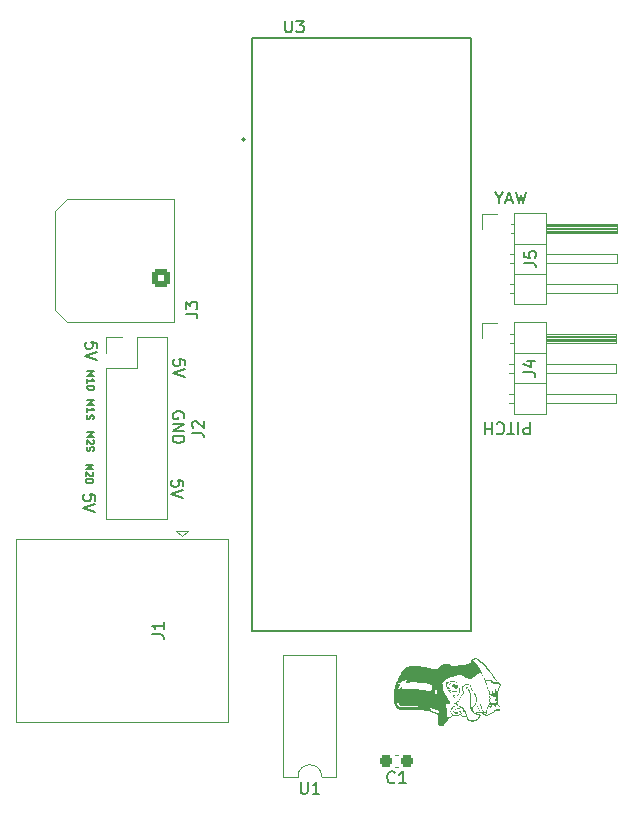
<source format=gto>
G04 #@! TF.GenerationSoftware,KiCad,Pcbnew,6.0.7*
G04 #@! TF.CreationDate,2022-09-24T12:22:05-05:00*
G04 #@! TF.ProjectId,Penguinator-Glue-Board,50656e67-7569-46e6-9174-6f722d476c75,rev?*
G04 #@! TF.SameCoordinates,Original*
G04 #@! TF.FileFunction,Legend,Top*
G04 #@! TF.FilePolarity,Positive*
%FSLAX46Y46*%
G04 Gerber Fmt 4.6, Leading zero omitted, Abs format (unit mm)*
G04 Created by KiCad (PCBNEW 6.0.7) date 2022-09-24 12:22:05*
%MOMM*%
%LPD*%
G01*
G04 APERTURE LIST*
G04 Aperture macros list*
%AMRoundRect*
0 Rectangle with rounded corners*
0 $1 Rounding radius*
0 $2 $3 $4 $5 $6 $7 $8 $9 X,Y pos of 4 corners*
0 Add a 4 corners polygon primitive as box body*
4,1,4,$2,$3,$4,$5,$6,$7,$8,$9,$2,$3,0*
0 Add four circle primitives for the rounded corners*
1,1,$1+$1,$2,$3*
1,1,$1+$1,$4,$5*
1,1,$1+$1,$6,$7*
1,1,$1+$1,$8,$9*
0 Add four rect primitives between the rounded corners*
20,1,$1+$1,$2,$3,$4,$5,0*
20,1,$1+$1,$4,$5,$6,$7,0*
20,1,$1+$1,$6,$7,$8,$9,0*
20,1,$1+$1,$8,$9,$2,$3,0*%
G04 Aperture macros list end*
%ADD10C,0.150000*%
%ADD11C,0.120000*%
%ADD12C,0.127000*%
%ADD13C,0.200000*%
%ADD14R,1.700000X1.700000*%
%ADD15O,1.700000X1.700000*%
%ADD16C,3.200000*%
%ADD17R,1.500000X1.500000*%
%ADD18C,1.500000*%
%ADD19R,2.400000X1.600000*%
%ADD20O,2.400000X1.600000*%
%ADD21C,3.100000*%
%ADD22C,4.700000*%
%ADD23C,3.000000*%
%ADD24RoundRect,0.250001X0.499999X-0.499999X0.499999X0.499999X-0.499999X0.499999X-0.499999X-0.499999X0*%
%ADD25RoundRect,0.237500X0.300000X0.237500X-0.300000X0.237500X-0.300000X-0.237500X0.300000X-0.237500X0*%
%ADD26R,1.530000X1.530000*%
%ADD27C,1.530000*%
G04 APERTURE END LIST*
D10*
X39004761Y-26447619D02*
X39004761Y-27447619D01*
X38623809Y-27447619D01*
X38528571Y-27400000D01*
X38480952Y-27352380D01*
X38433333Y-27257142D01*
X38433333Y-27114285D01*
X38480952Y-27019047D01*
X38528571Y-26971428D01*
X38623809Y-26923809D01*
X39004761Y-26923809D01*
X38004761Y-26447619D02*
X38004761Y-27447619D01*
X37671428Y-27447619D02*
X37100000Y-27447619D01*
X37385714Y-26447619D02*
X37385714Y-27447619D01*
X36195238Y-26542857D02*
X36242857Y-26495238D01*
X36385714Y-26447619D01*
X36480952Y-26447619D01*
X36623809Y-26495238D01*
X36719047Y-26590476D01*
X36766666Y-26685714D01*
X36814285Y-26876190D01*
X36814285Y-27019047D01*
X36766666Y-27209523D01*
X36719047Y-27304761D01*
X36623809Y-27400000D01*
X36480952Y-27447619D01*
X36385714Y-27447619D01*
X36242857Y-27400000D01*
X36195238Y-27352380D01*
X35766666Y-26447619D02*
X35766666Y-27447619D01*
X35766666Y-26971428D02*
X35195238Y-26971428D01*
X35195238Y-26447619D02*
X35195238Y-27447619D01*
X36400000Y-7426190D02*
X36400000Y-7902380D01*
X36066666Y-6902380D02*
X36400000Y-7426190D01*
X36733333Y-6902380D01*
X37019047Y-7616666D02*
X37495238Y-7616666D01*
X36923809Y-7902380D02*
X37257142Y-6902380D01*
X37590476Y-7902380D01*
X37828571Y-6902380D02*
X38066666Y-7902380D01*
X38257142Y-7188095D01*
X38447619Y-7902380D01*
X38685714Y-6902380D01*
X1478571Y-27278571D02*
X2078571Y-27278571D01*
X1650000Y-27478571D01*
X2078571Y-27678571D01*
X1478571Y-27678571D01*
X2021428Y-27935714D02*
X2050000Y-27964285D01*
X2078571Y-28021428D01*
X2078571Y-28164285D01*
X2050000Y-28221428D01*
X2021428Y-28250000D01*
X1964285Y-28278571D01*
X1907142Y-28278571D01*
X1821428Y-28250000D01*
X1478571Y-27907142D01*
X1478571Y-28278571D01*
X1507142Y-28507142D02*
X1478571Y-28592857D01*
X1478571Y-28735714D01*
X1507142Y-28792857D01*
X1535714Y-28821428D01*
X1592857Y-28850000D01*
X1649999Y-28850000D01*
X1707142Y-28821428D01*
X1735714Y-28792857D01*
X1764285Y-28735714D01*
X1792857Y-28621428D01*
X1821428Y-28564285D01*
X1850000Y-28535714D01*
X1907142Y-28507142D01*
X1964285Y-28507142D01*
X2021428Y-28535714D01*
X2050000Y-28564285D01*
X2078571Y-28621428D01*
X2078571Y-28764285D01*
X2049999Y-28850000D01*
X1528571Y-22114285D02*
X2128571Y-22114285D01*
X1700000Y-22314285D01*
X2128571Y-22514285D01*
X1528571Y-22514285D01*
X1528571Y-23114285D02*
X1528571Y-22771428D01*
X1528571Y-22942857D02*
X2128571Y-22942857D01*
X2042857Y-22885714D01*
X1985714Y-22828571D01*
X1957142Y-22771428D01*
X1528571Y-23371428D02*
X2128571Y-23371428D01*
X2128571Y-23514285D01*
X2100000Y-23600000D01*
X2042857Y-23657142D01*
X1985714Y-23685714D01*
X1871428Y-23714285D01*
X1785714Y-23714285D01*
X1671428Y-23685714D01*
X1614285Y-23657142D01*
X1557142Y-23600000D01*
X1528571Y-23514285D01*
X1528571Y-23371428D01*
X2197619Y-33059523D02*
X2197619Y-32583333D01*
X1721428Y-32535714D01*
X1769047Y-32583333D01*
X1816666Y-32678571D01*
X1816666Y-32916666D01*
X1769047Y-33011904D01*
X1721428Y-33059523D01*
X1626190Y-33107142D01*
X1388095Y-33107142D01*
X1292857Y-33059523D01*
X1245238Y-33011904D01*
X1197619Y-32916666D01*
X1197619Y-32678571D01*
X1245238Y-32583333D01*
X1292857Y-32535714D01*
X2197619Y-33392857D02*
X1197619Y-33726190D01*
X2197619Y-34059523D01*
X9700000Y-26088095D02*
X9747619Y-25992857D01*
X9747619Y-25850000D01*
X9700000Y-25707142D01*
X9604761Y-25611904D01*
X9509523Y-25564285D01*
X9319047Y-25516666D01*
X9176190Y-25516666D01*
X8985714Y-25564285D01*
X8890476Y-25611904D01*
X8795238Y-25707142D01*
X8747619Y-25850000D01*
X8747619Y-25945238D01*
X8795238Y-26088095D01*
X8842857Y-26135714D01*
X9176190Y-26135714D01*
X9176190Y-25945238D01*
X8747619Y-26564285D02*
X9747619Y-26564285D01*
X8747619Y-27135714D01*
X9747619Y-27135714D01*
X8747619Y-27611904D02*
X9747619Y-27611904D01*
X9747619Y-27850000D01*
X9700000Y-27992857D01*
X9604761Y-28088095D01*
X9509523Y-28135714D01*
X9319047Y-28183333D01*
X9176190Y-28183333D01*
X8985714Y-28135714D01*
X8890476Y-28088095D01*
X8795238Y-27992857D01*
X8747619Y-27850000D01*
X8747619Y-27611904D01*
X9647619Y-31859523D02*
X9647619Y-31383333D01*
X9171428Y-31335714D01*
X9219047Y-31383333D01*
X9266666Y-31478571D01*
X9266666Y-31716666D01*
X9219047Y-31811904D01*
X9171428Y-31859523D01*
X9076190Y-31907142D01*
X8838095Y-31907142D01*
X8742857Y-31859523D01*
X8695238Y-31811904D01*
X8647619Y-31716666D01*
X8647619Y-31478571D01*
X8695238Y-31383333D01*
X8742857Y-31335714D01*
X9647619Y-32192857D02*
X8647619Y-32526190D01*
X9647619Y-32859523D01*
X1478571Y-24578571D02*
X2078571Y-24578571D01*
X1650000Y-24778571D01*
X2078571Y-24978571D01*
X1478571Y-24978571D01*
X1478571Y-25578571D02*
X1478571Y-25235714D01*
X1478571Y-25407142D02*
X2078571Y-25407142D01*
X1992857Y-25350000D01*
X1935714Y-25292857D01*
X1907142Y-25235714D01*
X1507142Y-25807142D02*
X1478571Y-25892857D01*
X1478571Y-26035714D01*
X1507142Y-26092857D01*
X1535714Y-26121428D01*
X1592857Y-26150000D01*
X1649999Y-26150000D01*
X1707142Y-26121428D01*
X1735714Y-26092857D01*
X1764285Y-26035714D01*
X1792857Y-25921428D01*
X1821428Y-25864285D01*
X1850000Y-25835714D01*
X1907142Y-25807142D01*
X1964285Y-25807142D01*
X2021428Y-25835714D01*
X2050000Y-25864285D01*
X2078571Y-25921428D01*
X2078571Y-26064285D01*
X2049999Y-26150000D01*
X9797619Y-21609523D02*
X9797619Y-21133333D01*
X9321428Y-21085714D01*
X9369047Y-21133333D01*
X9416666Y-21228571D01*
X9416666Y-21466666D01*
X9369047Y-21561904D01*
X9321428Y-21609523D01*
X9226190Y-21657142D01*
X8988095Y-21657142D01*
X8892857Y-21609523D01*
X8845238Y-21561904D01*
X8797619Y-21466666D01*
X8797619Y-21228571D01*
X8845238Y-21133333D01*
X8892857Y-21085714D01*
X9797619Y-21942857D02*
X8797619Y-22276190D01*
X9797619Y-22609523D01*
X2347619Y-20159523D02*
X2347619Y-19683333D01*
X1871428Y-19635714D01*
X1919047Y-19683333D01*
X1966666Y-19778571D01*
X1966666Y-20016666D01*
X1919047Y-20111904D01*
X1871428Y-20159523D01*
X1776190Y-20207142D01*
X1538095Y-20207142D01*
X1442857Y-20159523D01*
X1395238Y-20111904D01*
X1347619Y-20016666D01*
X1347619Y-19778571D01*
X1395238Y-19683333D01*
X1442857Y-19635714D01*
X2347619Y-20492857D02*
X1347619Y-20826190D01*
X2347619Y-21159523D01*
X1428571Y-30014285D02*
X2028571Y-30014285D01*
X1600000Y-30214285D01*
X2028571Y-30414285D01*
X1428571Y-30414285D01*
X1971428Y-30671428D02*
X2000000Y-30700000D01*
X2028571Y-30757142D01*
X2028571Y-30900000D01*
X2000000Y-30957142D01*
X1971428Y-30985714D01*
X1914285Y-31014285D01*
X1857142Y-31014285D01*
X1771428Y-30985714D01*
X1428571Y-30642857D01*
X1428571Y-31014285D01*
X1428571Y-31271428D02*
X2028571Y-31271428D01*
X2028571Y-31414285D01*
X2000000Y-31500000D01*
X1942857Y-31557142D01*
X1885714Y-31585714D01*
X1771428Y-31614285D01*
X1685714Y-31614285D01*
X1571428Y-31585714D01*
X1514285Y-31557142D01*
X1457142Y-31500000D01*
X1428571Y-31414285D01*
X1428571Y-31271428D01*
X38502380Y-12933333D02*
X39216666Y-12933333D01*
X39359523Y-12980952D01*
X39454761Y-13076190D01*
X39502380Y-13219047D01*
X39502380Y-13314285D01*
X38502380Y-11980952D02*
X38502380Y-12457142D01*
X38978571Y-12504761D01*
X38930952Y-12457142D01*
X38883333Y-12361904D01*
X38883333Y-12123809D01*
X38930952Y-12028571D01*
X38978571Y-11980952D01*
X39073809Y-11933333D01*
X39311904Y-11933333D01*
X39407142Y-11980952D01*
X39454761Y-12028571D01*
X39502380Y-12123809D01*
X39502380Y-12361904D01*
X39454761Y-12457142D01*
X39407142Y-12504761D01*
X38452380Y-22183333D02*
X39166666Y-22183333D01*
X39309523Y-22230952D01*
X39404761Y-22326190D01*
X39452380Y-22469047D01*
X39452380Y-22564285D01*
X38785714Y-21278571D02*
X39452380Y-21278571D01*
X38404761Y-21516666D02*
X39119047Y-21754761D01*
X39119047Y-21135714D01*
X7002380Y-44383333D02*
X7716666Y-44383333D01*
X7859523Y-44430952D01*
X7954761Y-44526190D01*
X8002380Y-44669047D01*
X8002380Y-44764285D01*
X8002380Y-43383333D02*
X8002380Y-43954761D01*
X8002380Y-43669047D02*
X7002380Y-43669047D01*
X7145238Y-43764285D01*
X7240476Y-43859523D01*
X7288095Y-43954761D01*
X10402380Y-27333333D02*
X11116666Y-27333333D01*
X11259523Y-27380952D01*
X11354761Y-27476190D01*
X11402380Y-27619047D01*
X11402380Y-27714285D01*
X10497619Y-26904761D02*
X10450000Y-26857142D01*
X10402380Y-26761904D01*
X10402380Y-26523809D01*
X10450000Y-26428571D01*
X10497619Y-26380952D01*
X10592857Y-26333333D01*
X10688095Y-26333333D01*
X10830952Y-26380952D01*
X11402380Y-26952380D01*
X11402380Y-26333333D01*
X19603095Y-56882380D02*
X19603095Y-57691904D01*
X19650714Y-57787142D01*
X19698333Y-57834761D01*
X19793571Y-57882380D01*
X19984047Y-57882380D01*
X20079285Y-57834761D01*
X20126904Y-57787142D01*
X20174523Y-57691904D01*
X20174523Y-56882380D01*
X21174523Y-57882380D02*
X20603095Y-57882380D01*
X20888809Y-57882380D02*
X20888809Y-56882380D01*
X20793571Y-57025238D01*
X20698333Y-57120476D01*
X20603095Y-57168095D01*
X9852380Y-17233333D02*
X10566666Y-17233333D01*
X10709523Y-17280952D01*
X10804761Y-17376190D01*
X10852380Y-17519047D01*
X10852380Y-17614285D01*
X9852380Y-16852380D02*
X9852380Y-16233333D01*
X10233333Y-16566666D01*
X10233333Y-16423809D01*
X10280952Y-16328571D01*
X10328571Y-16280952D01*
X10423809Y-16233333D01*
X10661904Y-16233333D01*
X10757142Y-16280952D01*
X10804761Y-16328571D01*
X10852380Y-16423809D01*
X10852380Y-16709523D01*
X10804761Y-16804761D01*
X10757142Y-16852380D01*
X27549333Y-56897142D02*
X27501714Y-56944761D01*
X27358857Y-56992380D01*
X27263619Y-56992380D01*
X27120761Y-56944761D01*
X27025523Y-56849523D01*
X26977904Y-56754285D01*
X26930285Y-56563809D01*
X26930285Y-56420952D01*
X26977904Y-56230476D01*
X27025523Y-56135238D01*
X27120761Y-56040000D01*
X27263619Y-55992380D01*
X27358857Y-55992380D01*
X27501714Y-56040000D01*
X27549333Y-56087619D01*
X28501714Y-56992380D02*
X27930285Y-56992380D01*
X28216000Y-56992380D02*
X28216000Y-55992380D01*
X28120761Y-56135238D01*
X28025523Y-56230476D01*
X27930285Y-56278095D01*
X18273095Y7582619D02*
X18273095Y6773095D01*
X18320714Y6677857D01*
X18368333Y6630238D01*
X18463571Y6582619D01*
X18654047Y6582619D01*
X18749285Y6630238D01*
X18796904Y6677857D01*
X18844523Y6773095D01*
X18844523Y7582619D01*
X19225476Y7582619D02*
X19844523Y7582619D01*
X19511190Y7201666D01*
X19654047Y7201666D01*
X19749285Y7154047D01*
X19796904Y7106428D01*
X19844523Y7011190D01*
X19844523Y6773095D01*
X19796904Y6677857D01*
X19749285Y6630238D01*
X19654047Y6582619D01*
X19368333Y6582619D01*
X19273095Y6630238D01*
X19225476Y6677857D01*
D11*
X40350000Y-9850000D02*
X46350000Y-9850000D01*
X37360000Y-9670000D02*
X37690000Y-9670000D01*
X46350000Y-12970000D02*
X40350000Y-12970000D01*
X37292929Y-14750000D02*
X37690000Y-14750000D01*
X40350000Y-10090000D02*
X46350000Y-10090000D01*
X40350000Y-9670000D02*
X46350000Y-9670000D01*
X40350000Y-16460000D02*
X40350000Y-8720000D01*
X46350000Y-12210000D02*
X46350000Y-12970000D01*
X37360000Y-10430000D02*
X37690000Y-10430000D01*
X40350000Y-12210000D02*
X46350000Y-12210000D01*
X40350000Y-14750000D02*
X46350000Y-14750000D01*
X46350000Y-9670000D02*
X46350000Y-10430000D01*
X40350000Y-8720000D02*
X37690000Y-8720000D01*
X46350000Y-14750000D02*
X46350000Y-15510000D01*
X37292929Y-12210000D02*
X37690000Y-12210000D01*
X40350000Y-10330000D02*
X46350000Y-10330000D01*
X34980000Y-10050000D02*
X34980000Y-8780000D01*
X37292929Y-15510000D02*
X37690000Y-15510000D01*
X37690000Y-8720000D02*
X37690000Y-16460000D01*
X40350000Y-9970000D02*
X46350000Y-9970000D01*
X37690000Y-13860000D02*
X40350000Y-13860000D01*
X40350000Y-9730000D02*
X46350000Y-9730000D01*
X46350000Y-15510000D02*
X40350000Y-15510000D01*
X34980000Y-8780000D02*
X36250000Y-8780000D01*
X46350000Y-10430000D02*
X40350000Y-10430000D01*
X37690000Y-11320000D02*
X40350000Y-11320000D01*
X40350000Y-10210000D02*
X46350000Y-10210000D01*
X37292929Y-12970000D02*
X37690000Y-12970000D01*
X37690000Y-16460000D02*
X40350000Y-16460000D01*
X40325000Y-19100000D02*
X46325000Y-19100000D01*
X37335000Y-18920000D02*
X37665000Y-18920000D01*
X46325000Y-22220000D02*
X40325000Y-22220000D01*
X37267929Y-24000000D02*
X37665000Y-24000000D01*
X40325000Y-19340000D02*
X46325000Y-19340000D01*
X40325000Y-18920000D02*
X46325000Y-18920000D01*
X40325000Y-25710000D02*
X40325000Y-17970000D01*
X46325000Y-21460000D02*
X46325000Y-22220000D01*
X37335000Y-19680000D02*
X37665000Y-19680000D01*
X40325000Y-21460000D02*
X46325000Y-21460000D01*
X40325000Y-24000000D02*
X46325000Y-24000000D01*
X46325000Y-18920000D02*
X46325000Y-19680000D01*
X40325000Y-17970000D02*
X37665000Y-17970000D01*
X46325000Y-24000000D02*
X46325000Y-24760000D01*
X37267929Y-21460000D02*
X37665000Y-21460000D01*
X40325000Y-19580000D02*
X46325000Y-19580000D01*
X34955000Y-19300000D02*
X34955000Y-18030000D01*
X37267929Y-24760000D02*
X37665000Y-24760000D01*
X37665000Y-17970000D02*
X37665000Y-25710000D01*
X40325000Y-19220000D02*
X46325000Y-19220000D01*
X37665000Y-23110000D02*
X40325000Y-23110000D01*
X40325000Y-18980000D02*
X46325000Y-18980000D01*
X46325000Y-24760000D02*
X40325000Y-24760000D01*
X34955000Y-18030000D02*
X36225000Y-18030000D01*
X46325000Y-19680000D02*
X40325000Y-19680000D01*
X37665000Y-20570000D02*
X40325000Y-20570000D01*
X40325000Y-19460000D02*
X46325000Y-19460000D01*
X37267929Y-22220000D02*
X37665000Y-22220000D01*
X37665000Y-25710000D02*
X40325000Y-25710000D01*
X13430000Y-51805000D02*
X13430000Y-36285000D01*
X-4530000Y-36285000D02*
X-4530000Y-51805000D01*
X13430000Y-36285000D02*
X-4530000Y-36285000D01*
X9050000Y-35600000D02*
X9550000Y-36100000D01*
X13430000Y-51805000D02*
X-4530000Y-51805000D01*
X10050000Y-35600000D02*
X9050000Y-35600000D01*
X9550000Y-36100000D02*
X10050000Y-35600000D01*
X3095000Y-21820000D02*
X5695000Y-21820000D01*
X3095000Y-21820000D02*
X3095000Y-34580000D01*
X3095000Y-34580000D02*
X8295000Y-34580000D01*
X8295000Y-19220000D02*
X8295000Y-34580000D01*
X3095000Y-19220000D02*
X4425000Y-19220000D01*
X5695000Y-21820000D02*
X5695000Y-19220000D01*
X3095000Y-20550000D02*
X3095000Y-19220000D01*
X5695000Y-19220000D02*
X8295000Y-19220000D01*
X21365000Y-56430000D02*
X22615000Y-56430000D01*
X18115000Y-46150000D02*
X18115000Y-56430000D01*
X22615000Y-46150000D02*
X18115000Y-46150000D01*
X22615000Y-56430000D02*
X22615000Y-46150000D01*
X18115000Y-56430000D02*
X19365000Y-56430000D01*
X21365000Y-56430000D02*
G75*
G03*
X19365000Y-56430000I-1000000J0D01*
G01*
X-230000Y-7565000D02*
X8900000Y-7565000D01*
X-1230000Y-8565000D02*
X-230000Y-7565000D01*
X-1230000Y-16935000D02*
X-1230000Y-8565000D01*
X-230000Y-17935000D02*
X-1230000Y-16935000D01*
X8900000Y-7565000D02*
X8900000Y-17935000D01*
X8900000Y-17935000D02*
X-230000Y-17935000D01*
G36*
X35378266Y-51301246D02*
G01*
X35376485Y-51301570D01*
X35340922Y-51297397D01*
X35259514Y-51273656D01*
X35170800Y-51233935D01*
X35088168Y-51185544D01*
X35025005Y-51135792D01*
X35006421Y-51114797D01*
X34946146Y-51063510D01*
X34920109Y-51053177D01*
X35072917Y-51053177D01*
X35074842Y-51072438D01*
X35100177Y-51105221D01*
X35137389Y-51123076D01*
X35186982Y-51140084D01*
X35250942Y-51168307D01*
X35278266Y-51182019D01*
X35331220Y-51207555D01*
X35368620Y-51221448D01*
X35378266Y-51222246D01*
X35405265Y-51211010D01*
X35425000Y-51203712D01*
X35456005Y-51184167D01*
X35448876Y-51160171D01*
X35403060Y-51130414D01*
X35391709Y-51124843D01*
X35343084Y-51092807D01*
X35312507Y-51056493D01*
X35310361Y-51051139D01*
X35293588Y-51024144D01*
X35260128Y-51011971D01*
X35202094Y-51013312D01*
X35184719Y-51015765D01*
X35137452Y-51022439D01*
X35089532Y-51034464D01*
X35072917Y-51053177D01*
X34920109Y-51053177D01*
X34858281Y-51028640D01*
X34752444Y-51011930D01*
X34638257Y-51015123D01*
X34550703Y-51032239D01*
X34502325Y-51047243D01*
X34487379Y-51059422D01*
X34500394Y-51075260D01*
X34508963Y-51081716D01*
X34545899Y-51099078D01*
X34609576Y-51120107D01*
X34687481Y-51140767D01*
X34703260Y-51144408D01*
X34776058Y-51162395D01*
X34830873Y-51179033D01*
X34858430Y-51191402D01*
X34860000Y-51193747D01*
X34847981Y-51229376D01*
X34815845Y-51286909D01*
X34769472Y-51357853D01*
X34714741Y-51433714D01*
X34657535Y-51505996D01*
X34603731Y-51566206D01*
X34598515Y-51571485D01*
X34508690Y-51655769D01*
X34430649Y-51712719D01*
X34352665Y-51747365D01*
X34263011Y-51764735D01*
X34178168Y-51768579D01*
X34149961Y-51769857D01*
X34135796Y-51769889D01*
X33990694Y-51765098D01*
X33878894Y-51748647D01*
X33794557Y-51717127D01*
X33731845Y-51667126D01*
X33684919Y-51595234D01*
X33647941Y-51498041D01*
X33643204Y-51482145D01*
X33599615Y-51332129D01*
X33514807Y-51370625D01*
X33444155Y-51398612D01*
X33396857Y-51404450D01*
X33390207Y-51405271D01*
X33339571Y-51388315D01*
X33278854Y-51345461D01*
X33255717Y-51326415D01*
X33198862Y-51282424D01*
X33148341Y-51255695D01*
X33093512Y-51244423D01*
X33023732Y-51246802D01*
X32928361Y-51261030D01*
X32900000Y-51266094D01*
X32804398Y-51279390D01*
X32730016Y-51285520D01*
X32699272Y-51288054D01*
X32640000Y-51289924D01*
X32530857Y-51299606D01*
X32439240Y-51332142D01*
X32350951Y-51393404D01*
X32317604Y-51423286D01*
X32274520Y-51456028D01*
X32233045Y-51462181D01*
X32199575Y-51455487D01*
X32194263Y-51454110D01*
X32133942Y-51438479D01*
X32037627Y-51630872D01*
X31943171Y-51793146D01*
X31837005Y-51928632D01*
X31722566Y-52034415D01*
X31603291Y-52107581D01*
X31482615Y-52145217D01*
X31425695Y-52149805D01*
X31360413Y-52142582D01*
X31341403Y-52133179D01*
X31304911Y-52115130D01*
X31267849Y-52085430D01*
X31251864Y-52071395D01*
X31194307Y-52020859D01*
X31200159Y-51886901D01*
X31280000Y-51886901D01*
X31283621Y-51962191D01*
X31296493Y-52009763D01*
X31318882Y-52038989D01*
X31341403Y-52057126D01*
X31353856Y-52054698D01*
X31360488Y-52025107D01*
X31365182Y-51967089D01*
X31370036Y-51902168D01*
X31374401Y-51852345D01*
X31376300Y-51835704D01*
X31363792Y-51808031D01*
X31341314Y-51790704D01*
X31308373Y-51775242D01*
X31290018Y-51777897D01*
X31281993Y-51805347D01*
X31280039Y-51864273D01*
X31280000Y-51886901D01*
X31200159Y-51886901D01*
X31207432Y-51720430D01*
X31212978Y-51605152D01*
X31219183Y-51495170D01*
X31225397Y-51400893D01*
X31230970Y-51332732D01*
X31232563Y-51317704D01*
X31244569Y-51215408D01*
X31017284Y-51102994D01*
X30840718Y-51025298D01*
X30647454Y-50959419D01*
X30433284Y-50904484D01*
X30193995Y-50859621D01*
X29925379Y-50823957D01*
X29623225Y-50796621D01*
X29497710Y-50788171D01*
X29367914Y-50780958D01*
X29251945Y-50776648D01*
X29140469Y-50775357D01*
X29024150Y-50777204D01*
X28893654Y-50782306D01*
X28739645Y-50790779D01*
X28603294Y-50799404D01*
X28443882Y-50809673D01*
X28390000Y-50812879D01*
X28318923Y-50817107D01*
X28222971Y-50821713D01*
X28150580Y-50823496D01*
X28096303Y-50822463D01*
X28054696Y-50818619D01*
X28020310Y-50811973D01*
X27987702Y-50802528D01*
X27980353Y-50800118D01*
X27855732Y-50738201D01*
X27742022Y-50640529D01*
X27641858Y-50510482D01*
X27557876Y-50351439D01*
X27496266Y-50179298D01*
X27477834Y-50109961D01*
X27465091Y-50044993D01*
X27457102Y-49974534D01*
X27455841Y-49948570D01*
X27724141Y-49948570D01*
X27726667Y-50024438D01*
X27741157Y-50117510D01*
X27766364Y-50217739D01*
X27779324Y-50258038D01*
X27818488Y-50359962D01*
X27860806Y-50438185D01*
X27911979Y-50495699D01*
X27977710Y-50535498D01*
X28063701Y-50560573D01*
X28175652Y-50573918D01*
X28319266Y-50578526D01*
X28390000Y-50578577D01*
X28504133Y-50576299D01*
X28615351Y-50571094D01*
X28711838Y-50563703D01*
X28781774Y-50554867D01*
X28788673Y-50553577D01*
X28845684Y-50546172D01*
X28934292Y-50539493D01*
X29046094Y-50533947D01*
X29172687Y-50529943D01*
X29305669Y-50527890D01*
X29318673Y-50527809D01*
X29460999Y-50526262D01*
X29563509Y-50523331D01*
X29626184Y-50518990D01*
X29649001Y-50513212D01*
X29631942Y-50505971D01*
X29574983Y-50497241D01*
X29478107Y-50486996D01*
X29341290Y-50475208D01*
X29273305Y-50469897D01*
X29162635Y-50463342D01*
X29023802Y-50458004D01*
X28868630Y-50454172D01*
X28708944Y-50452134D01*
X28556569Y-50452179D01*
X28549986Y-50452235D01*
X28384861Y-50453263D01*
X28254348Y-50451583D01*
X28153062Y-50445007D01*
X28075619Y-50431352D01*
X28016634Y-50408432D01*
X27970723Y-50374060D01*
X27932500Y-50326051D01*
X27916112Y-50296927D01*
X30525724Y-50296927D01*
X30530873Y-50368534D01*
X30541701Y-50454859D01*
X30556885Y-50547867D01*
X30575102Y-50639525D01*
X30595030Y-50721799D01*
X30615345Y-50786655D01*
X30634724Y-50826058D01*
X30636201Y-50827877D01*
X30667543Y-50849348D01*
X30728373Y-50879213D01*
X30810101Y-50913618D01*
X30904135Y-50948707D01*
X30910000Y-50950757D01*
X31008002Y-50985198D01*
X31098033Y-51017433D01*
X31170183Y-51043875D01*
X31214543Y-51060938D01*
X31214886Y-51061080D01*
X31251864Y-51074487D01*
X31274888Y-51072626D01*
X31288971Y-51048874D01*
X31299126Y-50996608D01*
X31306519Y-50940000D01*
X31312883Y-50889405D01*
X31317003Y-50857271D01*
X31301066Y-50841169D01*
X31257245Y-50826282D01*
X31229208Y-50820927D01*
X31141676Y-50802404D01*
X31133377Y-50800648D01*
X31041284Y-50774132D01*
X31016091Y-50766878D01*
X30891643Y-50724074D01*
X30793834Y-50685170D01*
X30773279Y-50672571D01*
X30719687Y-50639724D01*
X30661069Y-50570763D01*
X30619205Y-50482692D01*
X30614529Y-50472855D01*
X30577634Y-50344971D01*
X30561365Y-50283741D01*
X30546393Y-50242037D01*
X30537755Y-50230000D01*
X30527577Y-50248071D01*
X30525724Y-50296927D01*
X27916112Y-50296927D01*
X27896581Y-50262219D01*
X27876296Y-50219651D01*
X31885007Y-50219651D01*
X31889923Y-50270049D01*
X31898093Y-50322924D01*
X31913750Y-50430459D01*
X31928540Y-50565633D01*
X31941495Y-50716084D01*
X31951650Y-50869451D01*
X31958041Y-51013373D01*
X31959793Y-51112798D01*
X31960000Y-51305595D01*
X32045000Y-51345314D01*
X32131168Y-51382518D01*
X32194263Y-51398406D01*
X32245808Y-51391736D01*
X32297327Y-51361269D01*
X32353601Y-51312096D01*
X32457203Y-51215137D01*
X32388139Y-51148197D01*
X32327638Y-51068113D01*
X32307039Y-51005992D01*
X32295446Y-50960820D01*
X32281384Y-50940938D01*
X32277501Y-50941544D01*
X32262345Y-50939307D01*
X32262024Y-50908936D01*
X32264231Y-50899636D01*
X32336740Y-50899636D01*
X32352934Y-51002128D01*
X32401002Y-51094765D01*
X32473889Y-51168661D01*
X32564535Y-51214928D01*
X32592572Y-51221803D01*
X32730016Y-51229701D01*
X32877160Y-51207531D01*
X33022100Y-51158888D01*
X33051794Y-51142655D01*
X33198520Y-51142655D01*
X33200376Y-51178334D01*
X33231720Y-51215078D01*
X33294192Y-51262034D01*
X33320140Y-51280098D01*
X33396857Y-51333263D01*
X33490678Y-51291761D01*
X33545479Y-51265957D01*
X33571507Y-51244467D01*
X33576743Y-51215820D01*
X33570714Y-51176776D01*
X33555372Y-51114559D01*
X33531639Y-51037901D01*
X33517334Y-50997467D01*
X33488328Y-50929280D01*
X33457365Y-50870419D01*
X33441360Y-50846714D01*
X33404981Y-50801788D01*
X33391545Y-50862963D01*
X33371705Y-50907916D01*
X33332097Y-50968815D01*
X33280982Y-51033070D01*
X33276710Y-51037904D01*
X33224511Y-51098894D01*
X33198520Y-51142655D01*
X33051794Y-51142655D01*
X33152929Y-51087368D01*
X33223853Y-51031161D01*
X33293201Y-50953505D01*
X33346164Y-50868239D01*
X33375593Y-50787800D01*
X33379122Y-50761020D01*
X33365972Y-50738700D01*
X33330655Y-50698428D01*
X33280815Y-50648920D01*
X33280786Y-50648892D01*
X33199193Y-50586903D01*
X33097017Y-50530286D01*
X32987724Y-50484888D01*
X32884781Y-50456554D01*
X32822602Y-50450000D01*
X32721977Y-50465785D01*
X32614798Y-50508501D01*
X32515764Y-50571198D01*
X32461312Y-50620893D01*
X32395139Y-50701501D01*
X32356535Y-50774615D01*
X32339283Y-50854152D01*
X32336740Y-50899636D01*
X32264231Y-50899636D01*
X32274032Y-50858341D01*
X32295863Y-50795434D01*
X32325011Y-50728126D01*
X32358972Y-50664328D01*
X32371769Y-50643931D01*
X32442363Y-50565382D01*
X32541381Y-50493968D01*
X32657251Y-50437335D01*
X32713504Y-50418212D01*
X32817009Y-50388032D01*
X32783504Y-50329142D01*
X32750250Y-50286756D01*
X32705459Y-50271323D01*
X32680000Y-50270268D01*
X32628695Y-50273264D01*
X32551416Y-50281253D01*
X32461660Y-50292761D01*
X32423905Y-50298228D01*
X32311554Y-50312108D01*
X32223774Y-50313567D01*
X32146511Y-50300587D01*
X32065714Y-50271153D01*
X31993011Y-50236392D01*
X31937865Y-50210826D01*
X31898641Y-50197002D01*
X31886754Y-50196579D01*
X31885007Y-50219651D01*
X27876296Y-50219651D01*
X27857581Y-50180379D01*
X27852354Y-50169060D01*
X27817382Y-50087523D01*
X27788208Y-50009086D01*
X27770416Y-49948948D01*
X27769057Y-49942352D01*
X27758296Y-49895588D01*
X27747932Y-49883626D01*
X27738528Y-49895342D01*
X27734829Y-49899951D01*
X27724141Y-49948570D01*
X27455841Y-49948570D01*
X27452935Y-49888727D01*
X27451653Y-49777713D01*
X27451802Y-49710000D01*
X27452526Y-49660000D01*
X31141676Y-49660000D01*
X31180000Y-49590000D01*
X31204326Y-49545079D01*
X31218086Y-49518731D01*
X31219161Y-49516302D01*
X31213133Y-49497369D01*
X31197443Y-49456920D01*
X31197193Y-49456302D01*
X31174387Y-49400000D01*
X31159187Y-49450000D01*
X31148774Y-49503704D01*
X31143075Y-49570183D01*
X31142831Y-49580000D01*
X31141676Y-49660000D01*
X27452526Y-49660000D01*
X27453818Y-49570695D01*
X27459257Y-49457420D01*
X27466600Y-49384831D01*
X30760218Y-49384831D01*
X30764400Y-49419205D01*
X30773279Y-49423387D01*
X30783858Y-49399213D01*
X30795376Y-49363178D01*
X30882500Y-49363178D01*
X30888287Y-49399663D01*
X30901944Y-49397354D01*
X30921619Y-49355995D01*
X30940205Y-49295516D01*
X30962983Y-49221461D01*
X30980782Y-49186604D01*
X30993336Y-49191049D01*
X31000385Y-49234900D01*
X31001752Y-49271000D01*
X31005207Y-49353270D01*
X31012115Y-49430593D01*
X31021249Y-49495199D01*
X31031381Y-49539318D01*
X31041284Y-49555180D01*
X31045803Y-49550000D01*
X31063751Y-49497551D01*
X31083513Y-49425096D01*
X31101395Y-49348191D01*
X31113703Y-49282388D01*
X31117051Y-49250000D01*
X31111179Y-49208584D01*
X31094933Y-49141638D01*
X31071386Y-49061302D01*
X31061901Y-49032004D01*
X31036019Y-48960276D01*
X31013410Y-48908713D01*
X30997469Y-48884572D01*
X30993112Y-48884964D01*
X30971485Y-48933426D01*
X30946877Y-49008873D01*
X30922599Y-49098793D01*
X30901963Y-49190669D01*
X30888280Y-49271987D01*
X30886437Y-49288150D01*
X30882500Y-49363178D01*
X30795376Y-49363178D01*
X30800949Y-49345741D01*
X30821600Y-49272538D01*
X30831435Y-49235054D01*
X30858955Y-49135461D01*
X30890876Y-49031457D01*
X30921046Y-48942920D01*
X30925877Y-48930000D01*
X30956706Y-48845380D01*
X30972862Y-48788384D01*
X30975850Y-48750053D01*
X30967176Y-48721429D01*
X30962346Y-48713112D01*
X30947466Y-48715960D01*
X30924007Y-48750008D01*
X30895008Y-48808181D01*
X30863508Y-48883405D01*
X30832547Y-48968604D01*
X30805165Y-49056704D01*
X30790505Y-49113106D01*
X30776873Y-49183301D01*
X30766950Y-49257944D01*
X30761233Y-49328099D01*
X30760218Y-49384831D01*
X27466600Y-49384831D01*
X27469490Y-49356259D01*
X27485889Y-49253297D01*
X27496572Y-49200000D01*
X27738528Y-49200000D01*
X27753158Y-49145866D01*
X27820000Y-49145866D01*
X27822390Y-49169853D01*
X27832396Y-49170929D01*
X27854274Y-49145542D01*
X27892276Y-49090141D01*
X27899095Y-49079834D01*
X27940774Y-49021054D01*
X27990791Y-48956984D01*
X28044115Y-48893167D01*
X28095717Y-48835143D01*
X28140567Y-48788454D01*
X28173634Y-48758640D01*
X28189887Y-48751242D01*
X28189433Y-48760000D01*
X28180390Y-48801314D01*
X28171156Y-48866235D01*
X28165616Y-48920000D01*
X28155321Y-49040000D01*
X28832660Y-49040000D01*
X29068692Y-49041006D01*
X29276234Y-49043971D01*
X29452576Y-49048815D01*
X29595007Y-49055458D01*
X29700816Y-49063822D01*
X29720000Y-49066020D01*
X29822724Y-49079830D01*
X29942806Y-49097697D01*
X30071910Y-49118195D01*
X30201696Y-49139902D01*
X30323826Y-49161394D01*
X30429963Y-49181247D01*
X30511769Y-49198038D01*
X30555243Y-49208636D01*
X30619205Y-49226980D01*
X30660782Y-49083490D01*
X30685721Y-48999381D01*
X30710652Y-48918464D01*
X30729600Y-48860000D01*
X30750330Y-48797024D01*
X30759318Y-48751765D01*
X30751793Y-48719394D01*
X30722983Y-48695085D01*
X30668116Y-48674008D01*
X30582420Y-48651336D01*
X30505000Y-48632758D01*
X30099210Y-48547512D01*
X29706776Y-48488317D01*
X29590680Y-48478170D01*
X31595479Y-48478170D01*
X31608558Y-48659085D01*
X31622254Y-48825959D01*
X31638793Y-48965305D01*
X31661113Y-49085275D01*
X31692154Y-49194021D01*
X31734856Y-49299694D01*
X31792158Y-49410446D01*
X31866999Y-49534429D01*
X31962320Y-49679795D01*
X31993090Y-49725453D01*
X32072267Y-49843950D01*
X32130913Y-49936111D01*
X32171984Y-50007978D01*
X32198435Y-50065592D01*
X32213221Y-50114997D01*
X32219299Y-50162234D01*
X32220000Y-50189358D01*
X32220000Y-50270000D01*
X32305000Y-50269849D01*
X32379297Y-50265742D01*
X32478514Y-50254845D01*
X32588509Y-50238991D01*
X32695142Y-50220010D01*
X32705000Y-50218027D01*
X32745116Y-50200326D01*
X32828131Y-50200326D01*
X32830153Y-50263384D01*
X32869672Y-50322499D01*
X32947634Y-50378740D01*
X33016825Y-50413137D01*
X33137670Y-50468521D01*
X33237221Y-50520405D01*
X33319358Y-50573787D01*
X33387965Y-50633667D01*
X33446923Y-50705044D01*
X33500115Y-50792916D01*
X33551423Y-50902283D01*
X33604729Y-51038143D01*
X33663916Y-51205496D01*
X33688734Y-51278321D01*
X33732999Y-51406657D01*
X33770049Y-51502077D01*
X33805139Y-51569672D01*
X33843526Y-51614533D01*
X33890467Y-51641751D01*
X33951219Y-51656415D01*
X34031036Y-51663617D01*
X34089505Y-51666440D01*
X34178168Y-51668818D01*
X34256459Y-51668225D01*
X34312417Y-51664866D01*
X34327615Y-51662386D01*
X34370621Y-51640753D01*
X34429366Y-51597003D01*
X34496814Y-51538166D01*
X34565933Y-51471272D01*
X34629688Y-51403354D01*
X34681047Y-51341440D01*
X34712975Y-51292563D01*
X34720000Y-51270165D01*
X34702692Y-51256752D01*
X34659023Y-51239028D01*
X34635000Y-51231422D01*
X34523903Y-51188670D01*
X34404648Y-51125705D01*
X34378798Y-51108943D01*
X34286498Y-51049091D01*
X34178715Y-50965389D01*
X34090563Y-50881164D01*
X34032015Y-50804212D01*
X34004255Y-50753211D01*
X33982145Y-50703117D01*
X33979090Y-50693393D01*
X34169947Y-50693393D01*
X34178518Y-50789399D01*
X34224647Y-50877451D01*
X34304399Y-50956727D01*
X34378798Y-51016023D01*
X34512551Y-50972115D01*
X34612008Y-50945568D01*
X34686410Y-50938715D01*
X34705142Y-50941130D01*
X34745382Y-50947157D01*
X34756665Y-50935108D01*
X34751035Y-50907027D01*
X34743230Y-50875257D01*
X34749693Y-50879943D01*
X34761994Y-50900000D01*
X34782085Y-50933139D01*
X34789693Y-50945078D01*
X34813006Y-50953900D01*
X34862676Y-50964042D01*
X34925189Y-50973616D01*
X34987031Y-50980734D01*
X35034689Y-50983509D01*
X35052538Y-50981794D01*
X35066121Y-50968311D01*
X35058337Y-50940270D01*
X35030674Y-50894607D01*
X35002572Y-50845758D01*
X34964307Y-50770600D01*
X34921104Y-50679745D01*
X34881855Y-50592266D01*
X34837576Y-50486958D01*
X34794226Y-50377757D01*
X34757420Y-50279125D01*
X34736738Y-50218432D01*
X34690000Y-50070718D01*
X34595287Y-50070359D01*
X34500575Y-50070000D01*
X34440287Y-50189430D01*
X34409754Y-50251383D01*
X34388067Y-50298184D01*
X34380000Y-50319430D01*
X34397605Y-50326421D01*
X34440887Y-50329911D01*
X34450000Y-50330000D01*
X34496283Y-50333807D01*
X34519401Y-50343167D01*
X34520000Y-50345145D01*
X34502253Y-50352865D01*
X34457478Y-50354697D01*
X34432848Y-50353357D01*
X34387176Y-50351065D01*
X34355445Y-50357564D01*
X34327777Y-50379575D01*
X34294291Y-50423816D01*
X34264686Y-50467740D01*
X34198736Y-50586989D01*
X34169947Y-50693393D01*
X33979090Y-50693393D01*
X33965025Y-50648633D01*
X33952231Y-50584464D01*
X33943103Y-50505314D01*
X33936978Y-50405887D01*
X33933193Y-50280888D01*
X33931088Y-50125019D01*
X33930237Y-49990000D01*
X33929093Y-49819429D01*
X33927215Y-49683686D01*
X33924314Y-49577603D01*
X33920100Y-49496010D01*
X33914283Y-49433740D01*
X33906575Y-49385624D01*
X33896686Y-49346491D01*
X33893665Y-49336982D01*
X33849776Y-49233980D01*
X33790674Y-49136068D01*
X33724478Y-49055045D01*
X33666391Y-49006827D01*
X33602782Y-48967834D01*
X33566206Y-49140000D01*
X33550815Y-49064667D01*
X33546710Y-48979612D01*
X33569462Y-48911783D01*
X33615781Y-48868641D01*
X33641181Y-48859741D01*
X33695411Y-48857287D01*
X33734236Y-48867971D01*
X33758199Y-48884176D01*
X33745392Y-48889154D01*
X33730000Y-48889699D01*
X33675598Y-48897388D01*
X33659291Y-48916483D01*
X33681124Y-48946059D01*
X33725931Y-48976559D01*
X33817466Y-49051715D01*
X33896436Y-49160278D01*
X33959009Y-49296621D01*
X33973373Y-49340000D01*
X33985503Y-49384570D01*
X33994487Y-49431953D01*
X34000669Y-49488456D01*
X34004388Y-49560385D01*
X34005987Y-49654046D01*
X34005807Y-49775745D01*
X34004418Y-49913491D01*
X34003147Y-50082324D01*
X34004125Y-50217300D01*
X34007603Y-50324516D01*
X34013833Y-50410065D01*
X34023065Y-50480042D01*
X34029112Y-50512185D01*
X34047677Y-50589217D01*
X34066457Y-50647658D01*
X34083041Y-50682531D01*
X34095018Y-50688861D01*
X34099977Y-50661672D01*
X34100000Y-50658483D01*
X34110187Y-50624202D01*
X34137358Y-50566890D01*
X34176425Y-50496874D01*
X34193084Y-50469483D01*
X34249377Y-50374599D01*
X34309748Y-50265851D01*
X34361708Y-50165781D01*
X34364553Y-50160000D01*
X34402227Y-50080881D01*
X34424787Y-50022772D01*
X34435398Y-49971104D01*
X34437225Y-49911307D01*
X34434056Y-49840000D01*
X34415977Y-49693843D01*
X34379844Y-49580000D01*
X34340361Y-49502536D01*
X34285750Y-49407708D01*
X34224145Y-49308574D01*
X34163680Y-49218192D01*
X34112486Y-49149618D01*
X34109574Y-49146108D01*
X34083450Y-49103032D01*
X34051844Y-49033520D01*
X34020020Y-48949665D01*
X34007222Y-48911075D01*
X33978881Y-48824927D01*
X33956093Y-48768574D01*
X33933691Y-48733274D01*
X33906503Y-48710286D01*
X33880000Y-48695933D01*
X33822321Y-48676645D01*
X33743582Y-48661065D01*
X33675927Y-48653760D01*
X33595717Y-48651459D01*
X33539847Y-48658177D01*
X33493173Y-48676538D01*
X33471255Y-48689225D01*
X33392968Y-48746687D01*
X33344782Y-48807805D01*
X33324666Y-48879988D01*
X33330590Y-48970645D01*
X33360523Y-49087184D01*
X33361406Y-49090000D01*
X33387705Y-49208505D01*
X33384474Y-49313155D01*
X33349534Y-49412362D01*
X33280704Y-49514536D01*
X33238770Y-49562983D01*
X33173898Y-49654139D01*
X33125837Y-49770737D01*
X33121825Y-49783870D01*
X33096214Y-49859980D01*
X33066860Y-49917871D01*
X33024557Y-49971959D01*
X32960713Y-50036067D01*
X32902879Y-50095613D01*
X32856797Y-50151373D01*
X32830601Y-50193273D01*
X32828131Y-50200326D01*
X32745116Y-50200326D01*
X32745599Y-50200113D01*
X32760000Y-50176467D01*
X32773203Y-50149513D01*
X32808603Y-50102515D01*
X32859886Y-50043485D01*
X32890251Y-50011194D01*
X32964779Y-49928672D01*
X33015361Y-49857850D01*
X33050169Y-49786585D01*
X33060529Y-49758139D01*
X33094582Y-49680356D01*
X33144947Y-49591555D01*
X33199974Y-49511785D01*
X33265002Y-49419324D01*
X33302273Y-49339209D01*
X33314776Y-49258201D01*
X33305502Y-49163059D01*
X33292603Y-49101620D01*
X33269118Y-48989016D01*
X33260082Y-48904971D01*
X33266487Y-48840381D01*
X33289321Y-48786137D01*
X33329575Y-48733134D01*
X33333075Y-48729230D01*
X33409508Y-48651006D01*
X33474676Y-48601495D01*
X33538187Y-48575291D01*
X33609653Y-48566985D01*
X33621488Y-48566947D01*
X33716635Y-48580290D01*
X33820276Y-48614422D01*
X33915077Y-48662476D01*
X33972671Y-48706100D01*
X34001751Y-48749153D01*
X34028845Y-48813632D01*
X34040355Y-48853610D01*
X34060552Y-48929901D01*
X34084336Y-48992342D01*
X34117904Y-49052503D01*
X34167455Y-49121949D01*
X34219469Y-49187872D01*
X34276331Y-49265980D01*
X34338786Y-49363572D01*
X34396138Y-49463598D01*
X34413740Y-49497448D01*
X34457724Y-49588577D01*
X34485943Y-49659403D01*
X34502607Y-49724279D01*
X34511926Y-49797558D01*
X34515256Y-49843593D01*
X34525515Y-50008034D01*
X34617337Y-50014017D01*
X34709158Y-50020000D01*
X34784646Y-50230000D01*
X34850604Y-50407350D01*
X34914549Y-50567553D01*
X34974309Y-50705650D01*
X35027711Y-50816685D01*
X35072582Y-50895700D01*
X35083330Y-50911425D01*
X35121191Y-50959650D01*
X35150684Y-50981091D01*
X35184719Y-50982835D01*
X35206101Y-50978835D01*
X35266647Y-50956539D01*
X35268923Y-50953549D01*
X35340237Y-50953549D01*
X35356781Y-51026258D01*
X35402494Y-51077915D01*
X35470703Y-51105222D01*
X35554733Y-51104882D01*
X35613698Y-51088646D01*
X35647260Y-51071762D01*
X35700159Y-51040824D01*
X35763403Y-51001627D01*
X35828000Y-50959969D01*
X35884957Y-50921644D01*
X35925282Y-50892447D01*
X35940000Y-50878343D01*
X35923632Y-50879024D01*
X35896872Y-50885023D01*
X35866803Y-50887732D01*
X35868319Y-50873610D01*
X35898482Y-50846032D01*
X35954354Y-50808371D01*
X35973697Y-50796776D01*
X36034471Y-50766411D01*
X36098916Y-50747759D01*
X36181907Y-50737151D01*
X36227664Y-50734111D01*
X36323310Y-50726588D01*
X36385661Y-50714513D01*
X36421398Y-50694654D01*
X36437205Y-50663776D01*
X36440000Y-50631374D01*
X36430927Y-50578679D01*
X36415000Y-50546334D01*
X36388471Y-50518372D01*
X36341221Y-50473108D01*
X36282674Y-50419529D01*
X36272475Y-50410417D01*
X36209761Y-50357214D01*
X36169239Y-50330095D01*
X36145659Y-50326041D01*
X36137781Y-50332906D01*
X36124816Y-50377347D01*
X36120939Y-50444158D01*
X36125935Y-50516806D01*
X36139588Y-50578758D01*
X36141042Y-50582741D01*
X36154227Y-50620271D01*
X36148571Y-50624539D01*
X36121011Y-50600916D01*
X36091210Y-50563667D01*
X36054241Y-50503411D01*
X36021914Y-50440936D01*
X36010242Y-50417571D01*
X35979520Y-50356073D01*
X35946292Y-50305771D01*
X35917063Y-50287248D01*
X35886669Y-50297721D01*
X35849944Y-50334407D01*
X35841930Y-50343982D01*
X35803556Y-50397883D01*
X35756978Y-50473894D01*
X35710772Y-50557815D01*
X35699607Y-50579718D01*
X35619480Y-50740000D01*
X35632258Y-50610000D01*
X35643929Y-50526548D01*
X35660810Y-50446009D01*
X35674417Y-50400000D01*
X35703717Y-50312134D01*
X35715033Y-50253726D01*
X35708762Y-50218706D01*
X35687379Y-50201762D01*
X35665930Y-50197346D01*
X35645393Y-50204961D01*
X35622315Y-50229362D01*
X35593242Y-50275305D01*
X35554722Y-50347545D01*
X35503300Y-50450836D01*
X35496693Y-50464329D01*
X35421547Y-50630004D01*
X35371460Y-50769510D01*
X35345168Y-50886796D01*
X35340237Y-50953549D01*
X35268923Y-50953549D01*
X35295082Y-50919182D01*
X35299693Y-50885240D01*
X35307917Y-50834928D01*
X35329702Y-50757746D01*
X35361611Y-50663030D01*
X35400205Y-50560116D01*
X35442047Y-50458342D01*
X35483699Y-50367046D01*
X35507810Y-50320000D01*
X35546463Y-50248225D01*
X35576916Y-50190269D01*
X35594706Y-50154687D01*
X35597440Y-50148061D01*
X35587532Y-50126133D01*
X35560110Y-50090128D01*
X35560000Y-50090000D01*
X35529237Y-50040581D01*
X35523566Y-49985331D01*
X35543009Y-49913978D01*
X35560439Y-49872816D01*
X35590345Y-49795440D01*
X35596590Y-49737129D01*
X35578475Y-49684196D01*
X35548585Y-49639924D01*
X35516264Y-49590149D01*
X35505432Y-49544043D01*
X35510721Y-49482161D01*
X35520938Y-49435378D01*
X35558959Y-49435378D01*
X35563500Y-49515693D01*
X35589463Y-49600672D01*
X35620376Y-49657456D01*
X35657035Y-49716392D01*
X35690849Y-49778495D01*
X35717365Y-49834384D01*
X35732129Y-49874679D01*
X35730782Y-49890000D01*
X35716185Y-49874113D01*
X35692655Y-49834922D01*
X35687513Y-49825192D01*
X35653999Y-49760384D01*
X35616808Y-49896149D01*
X35597165Y-49977514D01*
X35591533Y-50031497D01*
X35599067Y-50067855D01*
X35601519Y-50072839D01*
X35645397Y-50117724D01*
X35720206Y-50155052D01*
X35817112Y-50181593D01*
X35927281Y-50194117D01*
X35933851Y-50194344D01*
X36010242Y-50194938D01*
X36061297Y-50188543D01*
X36101549Y-50171388D01*
X36145534Y-50139699D01*
X36146105Y-50139247D01*
X36195797Y-50090050D01*
X36213180Y-50049421D01*
X36197254Y-50021734D01*
X36174770Y-50013764D01*
X36145228Y-50021916D01*
X36139363Y-50043534D01*
X36136702Y-50067738D01*
X36124417Y-50060380D01*
X36109363Y-50041178D01*
X36088946Y-49989848D01*
X36080702Y-49917210D01*
X36084522Y-49840025D01*
X36100296Y-49775052D01*
X36111240Y-49754299D01*
X36131343Y-49720942D01*
X36126348Y-49704860D01*
X36111240Y-49697709D01*
X36065765Y-49693968D01*
X36046527Y-49698565D01*
X36007891Y-49703977D01*
X35953904Y-49701432D01*
X35898588Y-49693024D01*
X35855964Y-49680847D01*
X35840000Y-49667730D01*
X35857010Y-49653113D01*
X35885000Y-49647991D01*
X35899283Y-49643489D01*
X35876044Y-49633811D01*
X35852919Y-49627872D01*
X35790194Y-49603534D01*
X35749830Y-49587873D01*
X35675954Y-49524515D01*
X35638813Y-49454664D01*
X35617125Y-49391626D01*
X35601818Y-49361696D01*
X35588796Y-49359381D01*
X35577806Y-49372865D01*
X35558959Y-49435378D01*
X35520938Y-49435378D01*
X35524522Y-49418965D01*
X35542931Y-49368526D01*
X35549630Y-49357123D01*
X35559147Y-49335564D01*
X35557136Y-49305494D01*
X35541394Y-49259146D01*
X35509719Y-49188754D01*
X35490634Y-49149123D01*
X35449031Y-49056175D01*
X35402918Y-48941249D01*
X35358703Y-48820849D01*
X35330965Y-48737903D01*
X35290108Y-48614938D01*
X35242109Y-48480494D01*
X35216019Y-48411151D01*
X35319034Y-48411151D01*
X35326615Y-48506042D01*
X35346693Y-48614678D01*
X35378610Y-48729214D01*
X35381204Y-48737050D01*
X35426677Y-48861101D01*
X35479880Y-48986973D01*
X35537718Y-49109120D01*
X35597098Y-49221996D01*
X35654923Y-49320058D01*
X35708101Y-49397759D01*
X35753537Y-49449554D01*
X35788137Y-49469897D01*
X35790194Y-49470000D01*
X35809011Y-49464242D01*
X35817613Y-49442801D01*
X35816005Y-49399427D01*
X35804192Y-49327871D01*
X35790347Y-49259993D01*
X35775221Y-49178211D01*
X35764745Y-49101646D01*
X35761285Y-49050000D01*
X35763299Y-49021251D01*
X35769972Y-49020263D01*
X35783298Y-49050360D01*
X35805275Y-49114870D01*
X35811197Y-49133163D01*
X35853996Y-49243029D01*
X35902160Y-49327371D01*
X35923134Y-49353163D01*
X35961812Y-49392513D01*
X35982974Y-49404964D01*
X35995592Y-49393587D01*
X36001470Y-49380000D01*
X36014293Y-49328351D01*
X36018594Y-49286181D01*
X36025713Y-49242321D01*
X36038126Y-49221159D01*
X36051085Y-49196357D01*
X36064077Y-49145483D01*
X36070003Y-49109978D01*
X36083334Y-49044399D01*
X36098204Y-49014572D01*
X36111241Y-49021356D01*
X36119072Y-49065613D01*
X36120000Y-49097209D01*
X36122791Y-49179937D01*
X36130201Y-49255914D01*
X36140781Y-49316362D01*
X36153085Y-49352505D01*
X36163035Y-49358124D01*
X36190281Y-49325859D01*
X36221878Y-49265483D01*
X36253358Y-49187901D01*
X36280256Y-49104020D01*
X36297101Y-49030750D01*
X36326088Y-48920960D01*
X36369786Y-48824169D01*
X36378009Y-48810750D01*
X36417498Y-48745777D01*
X36434672Y-48703418D01*
X36431197Y-48674274D01*
X36408738Y-48648947D01*
X36406951Y-48647449D01*
X36369238Y-48632315D01*
X36298735Y-48619180D01*
X36202643Y-48609309D01*
X36181951Y-48607899D01*
X36128078Y-48602965D01*
X36040543Y-48594949D01*
X35931184Y-48574812D01*
X35846237Y-48545300D01*
X35778065Y-48504226D01*
X35755705Y-48485786D01*
X35716162Y-48449918D01*
X35704993Y-48434674D01*
X35720627Y-48434156D01*
X35743141Y-48438655D01*
X35798186Y-48451843D01*
X35833141Y-48461908D01*
X35852418Y-48465140D01*
X35842911Y-48453934D01*
X35811357Y-48432243D01*
X35764494Y-48404019D01*
X35709060Y-48373217D01*
X35651791Y-48343787D01*
X35599425Y-48319684D01*
X35573352Y-48309489D01*
X35473818Y-48279778D01*
X35402899Y-48271592D01*
X35355711Y-48284603D01*
X35343999Y-48294001D01*
X35324609Y-48337855D01*
X35319034Y-48411151D01*
X35216019Y-48411151D01*
X35189067Y-48339518D01*
X35133078Y-48196955D01*
X35076240Y-48057752D01*
X35020651Y-47926857D01*
X34968407Y-47809215D01*
X34921607Y-47709774D01*
X34882347Y-47633480D01*
X34852725Y-47585280D01*
X34835783Y-47570000D01*
X34812752Y-47580753D01*
X34763997Y-47610075D01*
X34696538Y-47653558D01*
X34617394Y-47706799D01*
X34612789Y-47709959D01*
X34526107Y-47770471D01*
X34442023Y-47831511D01*
X34353600Y-47898402D01*
X34253903Y-47976466D01*
X34135996Y-48071027D01*
X34028694Y-48158218D01*
X34005444Y-48175609D01*
X33983060Y-48183464D01*
X33952526Y-48180612D01*
X33904828Y-48165879D01*
X33830952Y-48138094D01*
X33809144Y-48129670D01*
X33726447Y-48094672D01*
X33621279Y-48045725D01*
X33505886Y-47988749D01*
X33392512Y-47929663D01*
X33368108Y-47916452D01*
X33272847Y-47865479D01*
X33188448Y-47822223D01*
X33121784Y-47790060D01*
X33079724Y-47772366D01*
X33070074Y-47770000D01*
X33040047Y-47776807D01*
X32981812Y-47795230D01*
X32904395Y-47822275D01*
X32835188Y-47847927D01*
X32737127Y-47883844D01*
X32615270Y-47926503D01*
X32484067Y-47970942D01*
X32357971Y-48012201D01*
X32338995Y-48018252D01*
X32158556Y-48080187D01*
X32011285Y-48141886D01*
X31890538Y-48206968D01*
X31789671Y-48279056D01*
X31702039Y-48361771D01*
X31695282Y-48369085D01*
X31595479Y-48478170D01*
X29590680Y-48478170D01*
X29331739Y-48455538D01*
X28978136Y-48449546D01*
X28685000Y-48467011D01*
X28540000Y-48481549D01*
X28540111Y-48430775D01*
X28545631Y-48377374D01*
X28559032Y-48312619D01*
X28561569Y-48303125D01*
X28572994Y-48252497D01*
X28575245Y-48220767D01*
X28573811Y-48217145D01*
X28554905Y-48224141D01*
X28512469Y-48250703D01*
X28454451Y-48291715D01*
X28432353Y-48308219D01*
X28372151Y-48352483D01*
X28326274Y-48383734D01*
X28302027Y-48397096D01*
X28299999Y-48396569D01*
X28308379Y-48374778D01*
X28330982Y-48325418D01*
X28364006Y-48256630D01*
X28390742Y-48202371D01*
X28481484Y-48020000D01*
X28388610Y-48119290D01*
X28202429Y-48341131D01*
X28032709Y-48589215D01*
X28015115Y-48618128D01*
X27962042Y-48716351D01*
X27912283Y-48826213D01*
X27869707Y-48937244D01*
X27838186Y-49038973D01*
X27821591Y-49120930D01*
X27820000Y-49145866D01*
X27753158Y-49145866D01*
X27787174Y-49020000D01*
X27866272Y-48771760D01*
X27963328Y-48542330D01*
X28074641Y-48339954D01*
X28128285Y-48260064D01*
X28165836Y-48206081D01*
X28191536Y-48165963D01*
X28199303Y-48150064D01*
X28186369Y-48158834D01*
X28152405Y-48190851D01*
X28103661Y-48240105D01*
X28080318Y-48264453D01*
X27953399Y-48425890D01*
X27853825Y-48611488D01*
X27784949Y-48813403D01*
X27750121Y-49023790D01*
X27748955Y-49040000D01*
X27738528Y-49200000D01*
X27496572Y-49200000D01*
X27507415Y-49145900D01*
X27583279Y-48840135D01*
X27678935Y-48537721D01*
X27791405Y-48245562D01*
X27917710Y-47970564D01*
X28054871Y-47719630D01*
X28199910Y-47499664D01*
X28241230Y-47444944D01*
X28339683Y-47330866D01*
X28440529Y-47241866D01*
X28550416Y-47175078D01*
X28675994Y-47127638D01*
X28823910Y-47096682D01*
X29000813Y-47079345D01*
X29100000Y-47074956D01*
X29252259Y-47072603D01*
X29388935Y-47076486D01*
X29527731Y-47087606D01*
X29686350Y-47106962D01*
X29700000Y-47108837D01*
X29963434Y-47146721D01*
X30193861Y-47183133D01*
X30398179Y-47219288D01*
X30583290Y-47256398D01*
X30737151Y-47291134D01*
X30862616Y-47320564D01*
X30957102Y-47339629D01*
X31028570Y-47347105D01*
X31084983Y-47341767D01*
X31134303Y-47322392D01*
X31184493Y-47287755D01*
X31243513Y-47236632D01*
X31274403Y-47208535D01*
X31413060Y-47090739D01*
X31540145Y-47002478D01*
X31664156Y-46938685D01*
X31793592Y-46894294D01*
X31807789Y-46890566D01*
X31957841Y-46866433D01*
X32093243Y-46872921D01*
X32210113Y-46908604D01*
X32304570Y-46972056D01*
X32372734Y-47061850D01*
X32391929Y-47105263D01*
X32409532Y-47101571D01*
X32451498Y-47086058D01*
X32471929Y-47077672D01*
X32530267Y-47061132D01*
X32619982Y-47045863D01*
X32732450Y-47033175D01*
X32800000Y-47027831D01*
X33036584Y-47007626D01*
X33259703Y-46980490D01*
X33464264Y-46947390D01*
X33645175Y-46909290D01*
X33797342Y-46867158D01*
X33915675Y-46821959D01*
X33934983Y-46812560D01*
X33986586Y-46782198D01*
X34013778Y-46749294D01*
X34027933Y-46697659D01*
X34030616Y-46680621D01*
X34124834Y-46680621D01*
X34142110Y-46687564D01*
X34153068Y-46685651D01*
X34181415Y-46668544D01*
X34185000Y-46653813D01*
X34191170Y-46632591D01*
X34219885Y-46635042D01*
X34264788Y-46657180D01*
X34319524Y-46695024D01*
X34377735Y-46744589D01*
X34433067Y-46801893D01*
X34446086Y-46817431D01*
X34525839Y-46921296D01*
X34604966Y-47036145D01*
X34685547Y-47165790D01*
X34769664Y-47314046D01*
X34859399Y-47484724D01*
X34956835Y-47681637D01*
X35064051Y-47908599D01*
X35178104Y-48158272D01*
X35240457Y-48296543D01*
X35286517Y-48253272D01*
X35354059Y-48216872D01*
X35447116Y-48209049D01*
X35563608Y-48229424D01*
X35701456Y-48277618D01*
X35858579Y-48353251D01*
X35870794Y-48359861D01*
X35963416Y-48407358D01*
X36034192Y-48435558D01*
X36093939Y-48448250D01*
X36128078Y-48450000D01*
X36182433Y-48447844D01*
X36215419Y-48442376D01*
X36220000Y-48438933D01*
X36208430Y-48419255D01*
X36177572Y-48376329D01*
X36133204Y-48318079D01*
X36114287Y-48293933D01*
X36081836Y-48252685D01*
X36052148Y-48214456D01*
X36022157Y-48175041D01*
X35988798Y-48130235D01*
X35949006Y-48075832D01*
X35899715Y-48007628D01*
X35837859Y-47921418D01*
X35760373Y-47812997D01*
X35664191Y-47678160D01*
X35611915Y-47604829D01*
X35533220Y-47495548D01*
X35453917Y-47387397D01*
X35380122Y-47288579D01*
X35317951Y-47207294D01*
X35278628Y-47157890D01*
X35200963Y-47069934D01*
X35108378Y-46975095D01*
X35005941Y-46877591D01*
X34898721Y-46781638D01*
X34791786Y-46691453D01*
X34690203Y-46611252D01*
X34599040Y-46545252D01*
X34523367Y-46497669D01*
X34468251Y-46472721D01*
X34451814Y-46470000D01*
X34402246Y-46477417D01*
X34335492Y-46496358D01*
X34265053Y-46521855D01*
X34204431Y-46548944D01*
X34167130Y-46572658D01*
X34164269Y-46575756D01*
X34143125Y-46613673D01*
X34130516Y-46646839D01*
X34124834Y-46680621D01*
X34030616Y-46680621D01*
X34031464Y-46675237D01*
X34046187Y-46591095D01*
X34066154Y-46533294D01*
X34099465Y-46491456D01*
X34154217Y-46455205D01*
X34233361Y-46416541D01*
X34311169Y-46381863D01*
X34364415Y-46362901D01*
X34404203Y-46357257D01*
X34441637Y-46362538D01*
X34459998Y-46367637D01*
X34531030Y-46399599D01*
X34627627Y-46460213D01*
X34748452Y-46548529D01*
X34892169Y-46663593D01*
X34982902Y-46740000D01*
X35098661Y-46841077D01*
X35196810Y-46932524D01*
X35283425Y-47021427D01*
X35364579Y-47114877D01*
X35446347Y-47219960D01*
X35534803Y-47343764D01*
X35636023Y-47493377D01*
X35661498Y-47531807D01*
X35755790Y-47670979D01*
X35854757Y-47810867D01*
X35955262Y-47947573D01*
X36054167Y-48077202D01*
X36148336Y-48195858D01*
X36234630Y-48299643D01*
X36309914Y-48384662D01*
X36371049Y-48447018D01*
X36414899Y-48482815D01*
X36433009Y-48490000D01*
X36468040Y-48505954D01*
X36508336Y-48544787D01*
X36542625Y-48592958D01*
X36559635Y-48636926D01*
X36560000Y-48642552D01*
X36549030Y-48681413D01*
X36520580Y-48738357D01*
X36489303Y-48788287D01*
X36434116Y-48874339D01*
X36397853Y-48949505D01*
X36372907Y-49032302D01*
X36357145Y-49110000D01*
X36337527Y-49191660D01*
X36310434Y-49273115D01*
X36296938Y-49304862D01*
X36256566Y-49389723D01*
X36298283Y-49457222D01*
X36334433Y-49551080D01*
X36331421Y-49651009D01*
X36292028Y-49750372D01*
X36263928Y-49803805D01*
X36254953Y-49840830D01*
X36263096Y-49878995D01*
X36274118Y-49906774D01*
X36293677Y-49983698D01*
X36292701Y-50079378D01*
X36291404Y-50091639D01*
X36286370Y-50144337D01*
X36287785Y-50184800D01*
X36299296Y-50223353D01*
X36324548Y-50270326D01*
X36367188Y-50336046D01*
X36389314Y-50368983D01*
X36442896Y-50451565D01*
X36476284Y-50512398D01*
X36493808Y-50561330D01*
X36499797Y-50608212D01*
X36500000Y-50620763D01*
X36493645Y-50707471D01*
X36470888Y-50769594D01*
X36426194Y-50811859D01*
X36354024Y-50838995D01*
X36248842Y-50855728D01*
X36221690Y-50858394D01*
X36133324Y-50872469D01*
X36049344Y-50900532D01*
X35960774Y-50946900D01*
X35858636Y-51015889D01*
X35795833Y-51063178D01*
X35728157Y-51112201D01*
X35662651Y-51154318D01*
X35615833Y-51179284D01*
X35555303Y-51210500D01*
X35491124Y-51251346D01*
X35480922Y-51258753D01*
X35470703Y-51265043D01*
X35425969Y-51292575D01*
X35378266Y-51301246D01*
G37*
G36*
X34650016Y-50664200D02*
G01*
X34671121Y-50696352D01*
X34690000Y-50730000D01*
X34717716Y-50785425D01*
X34735140Y-50827312D01*
X34738192Y-50840000D01*
X34729983Y-50835801D01*
X34708878Y-50803649D01*
X34690000Y-50770000D01*
X34662283Y-50714576D01*
X34644859Y-50672689D01*
X34641807Y-50660000D01*
X34650016Y-50664200D01*
G37*
G36*
X34550016Y-50444200D02*
G01*
X34571121Y-50476352D01*
X34590000Y-50510000D01*
X34617716Y-50565425D01*
X34635140Y-50607312D01*
X34638192Y-50620000D01*
X34629983Y-50615801D01*
X34608878Y-50583649D01*
X34590000Y-50550000D01*
X34562283Y-50494576D01*
X34544859Y-50452689D01*
X34541807Y-50440000D01*
X34550016Y-50444200D01*
G37*
G36*
X32737090Y-49613097D02*
G01*
X32648681Y-49605565D01*
X32623292Y-49600724D01*
X32579594Y-49593206D01*
X32563720Y-49600619D01*
X32573602Y-49629497D01*
X32599925Y-49674517D01*
X32626173Y-49725009D01*
X32639451Y-49765116D01*
X32639850Y-49770000D01*
X32631308Y-49773806D01*
X32609767Y-49748354D01*
X32598108Y-49730000D01*
X32565435Y-49684472D01*
X32513142Y-49621573D01*
X32450217Y-49551884D01*
X32419726Y-49520000D01*
X32282016Y-49372544D01*
X32158682Y-49227890D01*
X32054762Y-49092392D01*
X31975292Y-48972402D01*
X31950450Y-48928219D01*
X31893475Y-48793293D01*
X31865483Y-48664218D01*
X31865527Y-48658790D01*
X31962097Y-48658790D01*
X31975872Y-48767042D01*
X32024025Y-48893883D01*
X32106617Y-49039849D01*
X32211945Y-49190000D01*
X32311335Y-49317044D01*
X32396061Y-49413356D01*
X32471542Y-49482798D01*
X32543197Y-49529231D01*
X32616446Y-49556517D01*
X32696707Y-49568517D01*
X32745248Y-49570000D01*
X32807998Y-49565267D01*
X32852015Y-49544912D01*
X32896212Y-49501259D01*
X32953573Y-49406423D01*
X32980495Y-49316259D01*
X32994386Y-49250382D01*
X33005628Y-49199945D01*
X33010632Y-49180000D01*
X33017759Y-49139373D01*
X33008561Y-49130000D01*
X32986310Y-49139343D01*
X32941288Y-49163368D01*
X32903561Y-49185000D01*
X32851249Y-49212871D01*
X32802572Y-49229406D01*
X32743974Y-49237422D01*
X32661897Y-49239736D01*
X32658965Y-49239739D01*
X32640000Y-49239761D01*
X32511458Y-49231939D01*
X32409794Y-49205888D01*
X32324318Y-49157113D01*
X32244339Y-49081119D01*
X32233720Y-49068927D01*
X32164038Y-48960533D01*
X32131691Y-48845193D01*
X32133004Y-48816077D01*
X32179520Y-48816077D01*
X32196905Y-48921552D01*
X32243532Y-49020176D01*
X32319264Y-49105274D01*
X32420000Y-49168402D01*
X32534319Y-49201991D01*
X32658965Y-49208527D01*
X32782354Y-49189582D01*
X32892902Y-49146727D01*
X32966504Y-49094224D01*
X32998280Y-49060871D01*
X33013670Y-49029592D01*
X33016310Y-48986178D01*
X33010485Y-48922271D01*
X32995035Y-48832436D01*
X32970585Y-48737319D01*
X32956800Y-48696040D01*
X32910564Y-48604166D01*
X32847355Y-48520592D01*
X32776842Y-48456554D01*
X32726823Y-48428793D01*
X32630899Y-48411031D01*
X32520481Y-48421047D01*
X32408613Y-48457609D01*
X32405202Y-48459182D01*
X32304220Y-48525305D01*
X32233039Y-48611279D01*
X32191519Y-48710428D01*
X32179520Y-48816077D01*
X32133004Y-48816077D01*
X32136961Y-48728350D01*
X32180132Y-48615447D01*
X32207916Y-48572824D01*
X32255225Y-48518539D01*
X32311580Y-48467592D01*
X32366067Y-48428660D01*
X32407775Y-48410420D01*
X32412705Y-48410000D01*
X32445578Y-48395103D01*
X32451062Y-48388281D01*
X32444074Y-48376218D01*
X32407558Y-48373844D01*
X32350409Y-48379734D01*
X32281524Y-48392467D01*
X32209802Y-48410618D01*
X32144137Y-48432765D01*
X32126422Y-48440211D01*
X32037433Y-48495909D01*
X31982637Y-48568591D01*
X31962097Y-48658790D01*
X31865527Y-48658790D01*
X31866440Y-48546481D01*
X31896311Y-48445566D01*
X31953972Y-48367942D01*
X32006783Y-48320000D01*
X31973391Y-48369451D01*
X31943251Y-48423279D01*
X31941502Y-48451417D01*
X31967249Y-48452142D01*
X32006148Y-48432381D01*
X32117106Y-48381277D01*
X32248818Y-48348109D01*
X32390806Y-48333080D01*
X32532592Y-48336393D01*
X32663698Y-48358250D01*
X32773647Y-48398855D01*
X32804268Y-48416915D01*
X32858836Y-48469435D01*
X32915362Y-48551192D01*
X32968251Y-48652140D01*
X33011905Y-48762236D01*
X33029419Y-48820998D01*
X33048216Y-48925085D01*
X33056952Y-49044582D01*
X33055551Y-49164489D01*
X33043937Y-49269806D01*
X33031957Y-49320000D01*
X32996245Y-49414873D01*
X32954484Y-49498317D01*
X32912081Y-49560774D01*
X32878879Y-49590600D01*
X32819152Y-49607898D01*
X32745248Y-49612580D01*
X32737090Y-49613097D01*
G37*
G36*
X32642833Y-48572970D02*
G01*
X32659699Y-48599997D01*
X32660000Y-48606000D01*
X32676636Y-48653970D01*
X32717254Y-48683790D01*
X32767913Y-48690044D01*
X32814675Y-48667313D01*
X32815541Y-48666459D01*
X32834740Y-48659535D01*
X32854584Y-48683450D01*
X32869541Y-48715817D01*
X32890852Y-48769941D01*
X32896864Y-48806101D01*
X32887712Y-48843240D01*
X32870726Y-48883706D01*
X32834475Y-48934879D01*
X32780009Y-48979783D01*
X32722960Y-49006786D01*
X32700993Y-49010000D01*
X32683429Y-48993425D01*
X32680000Y-48973487D01*
X32666188Y-48935199D01*
X32632757Y-48892619D01*
X32630841Y-48890791D01*
X32591333Y-48861550D01*
X32546821Y-48851568D01*
X32490841Y-48854848D01*
X32434774Y-48858049D01*
X32404986Y-48846273D01*
X32395150Y-48811561D01*
X32398943Y-48745955D01*
X32399555Y-48740000D01*
X32416977Y-48693573D01*
X32454326Y-48649088D01*
X32503593Y-48610665D01*
X32556773Y-48582424D01*
X32605855Y-48568486D01*
X32642833Y-48572970D01*
G37*
G36*
X32714878Y-51097688D02*
G01*
X32643839Y-51079203D01*
X32567554Y-51033919D01*
X32539337Y-50993641D01*
X32561035Y-50993641D01*
X32581129Y-51020027D01*
X32610142Y-51041933D01*
X32681176Y-51067095D01*
X32772006Y-51068991D01*
X32872248Y-51050612D01*
X32971521Y-51014944D01*
X33059440Y-50964978D01*
X33125624Y-50903702D01*
X33135000Y-50890857D01*
X33168623Y-50837914D01*
X33176977Y-50815894D01*
X33159792Y-50824497D01*
X33116798Y-50863420D01*
X33113397Y-50866708D01*
X33024229Y-50931734D01*
X32915419Y-50978938D01*
X32799290Y-51005283D01*
X32712537Y-51007193D01*
X32688164Y-51007729D01*
X32611301Y-50990496D01*
X32571137Y-50981798D01*
X32561035Y-50993641D01*
X32539337Y-50993641D01*
X32527133Y-50976220D01*
X32521903Y-50909971D01*
X32527186Y-50897175D01*
X32567959Y-50897175D01*
X32568104Y-50921521D01*
X32589198Y-50941879D01*
X32591473Y-50943551D01*
X32639157Y-50960991D01*
X32712537Y-50968657D01*
X32798477Y-50966381D01*
X32883844Y-50953998D01*
X32909934Y-50947587D01*
X32980468Y-50914762D01*
X33056112Y-50857973D01*
X33077811Y-50837452D01*
X33125319Y-50788825D01*
X33148150Y-50758697D01*
X33150048Y-50737414D01*
X33134755Y-50715326D01*
X33128059Y-50707856D01*
X33103749Y-50686441D01*
X33072456Y-50674760D01*
X33023510Y-50670854D01*
X32946239Y-50672765D01*
X32938719Y-50673102D01*
X32850440Y-50679814D01*
X32787177Y-50692948D01*
X32734024Y-50716429D01*
X32704095Y-50734915D01*
X32646788Y-50781531D01*
X32600164Y-50834267D01*
X32588208Y-50853465D01*
X32567959Y-50897175D01*
X32527186Y-50897175D01*
X32551190Y-50839037D01*
X32614322Y-50767284D01*
X32710058Y-50698909D01*
X32808906Y-50654386D01*
X32906104Y-50633980D01*
X32996833Y-50635018D01*
X33076275Y-50654828D01*
X33139612Y-50690737D01*
X33182026Y-50740075D01*
X33198698Y-50800169D01*
X33184811Y-50868346D01*
X33139765Y-50937212D01*
X33050459Y-51014132D01*
X32942715Y-51068568D01*
X32827274Y-51097445D01*
X32772006Y-51097564D01*
X32714878Y-51097688D01*
G37*
G36*
X34540000Y-50400000D02*
G01*
X34530000Y-50410000D01*
X34520000Y-50400000D01*
X34530000Y-50390000D01*
X34540000Y-50400000D01*
G37*
X27862267Y-55620000D02*
X27569733Y-55620000D01*
X27862267Y-54600000D02*
X27569733Y-54600000D01*
D12*
X34020000Y6145000D02*
X34020000Y-44145000D01*
X15480000Y6145000D02*
X34020000Y6145000D01*
X34020000Y-44145000D02*
X15480000Y-44145000D01*
X15480000Y-44145000D02*
X15480000Y6145000D01*
D13*
X14850000Y-2500000D02*
G75*
G03*
X14850000Y-2500000I-100000J0D01*
G01*
%LPC*%
D14*
X36250000Y-10050000D03*
D15*
X36250000Y-12590000D03*
X36250000Y-15130000D03*
D14*
X36225000Y-19300000D03*
D15*
X36225000Y-21840000D03*
X36225000Y-24380000D03*
D16*
X3200000Y-38330000D03*
X3200000Y-49760000D03*
D17*
X9550000Y-39600000D03*
D18*
X12090000Y-40870000D03*
X9550000Y-42140000D03*
X12090000Y-43410000D03*
X9550000Y-44680000D03*
X12090000Y-45950000D03*
X9550000Y-47220000D03*
X12090000Y-48490000D03*
D14*
X4425000Y-20550000D03*
D15*
X6965000Y-20550000D03*
X4425000Y-23090000D03*
X6965000Y-23090000D03*
X4425000Y-25630000D03*
X6965000Y-25630000D03*
X4425000Y-28170000D03*
X6965000Y-28170000D03*
X4425000Y-30710000D03*
X6965000Y-30710000D03*
X4425000Y-33250000D03*
X6965000Y-33250000D03*
D19*
X24175000Y-55100000D03*
D20*
X24175000Y-52560000D03*
X24175000Y-50020000D03*
X24175000Y-47480000D03*
X16555000Y-47480000D03*
X16555000Y-50020000D03*
X16555000Y-52560000D03*
X16555000Y-55100000D03*
D21*
X37400000Y-56500000D03*
D22*
X37400000Y-56500000D03*
X3500000Y-3500000D03*
D21*
X3500000Y-3500000D03*
X3500000Y-56500000D03*
D22*
X3500000Y-56500000D03*
D21*
X37400000Y-3500000D03*
D22*
X37400000Y-3500000D03*
D23*
X3480000Y-12750000D03*
D24*
X7800000Y-14250000D03*
D18*
X7800000Y-11250000D03*
X10800000Y-14250000D03*
X10800000Y-11250000D03*
D25*
X28578500Y-55110000D03*
X26853500Y-55110000D03*
D26*
X17130000Y-2785000D03*
D27*
X17130000Y-5325000D03*
X17130000Y-7865000D03*
X17130000Y-10405000D03*
X17130000Y-12945000D03*
X17130000Y-15485000D03*
X17130000Y-18025000D03*
X17130000Y-20565000D03*
X17130000Y-23105000D03*
X17130000Y-25645000D03*
X17130000Y-28185000D03*
X17130000Y-30725000D03*
X17130000Y-33265000D03*
X17130000Y-35805000D03*
X17130000Y-38345000D03*
X32370000Y-38345000D03*
X32370000Y-35805000D03*
X32370000Y-33265000D03*
X32370000Y-30725000D03*
X32370000Y-28185000D03*
X32370000Y-25645000D03*
X32370000Y-23105000D03*
X32370000Y-20565000D03*
X32370000Y-18025000D03*
X32370000Y-15485000D03*
X32370000Y-12945000D03*
X32370000Y-10405000D03*
X32370000Y-7865000D03*
X32370000Y-5325000D03*
D26*
X32370000Y-2785000D03*
M02*

</source>
